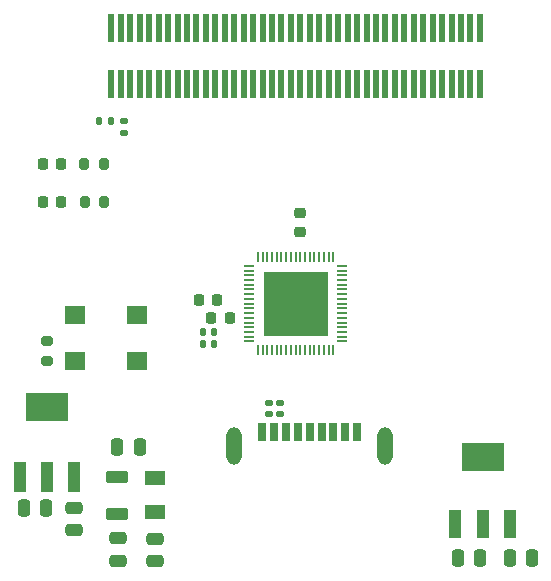
<source format=gbr>
%TF.GenerationSoftware,KiCad,Pcbnew,6.0.6-3a73a75311~116~ubuntu20.04.1*%
%TF.CreationDate,2022-07-23T10:23:23+07:00*%
%TF.ProjectId,CH569Board,43483536-3942-46f6-9172-642e6b696361,rev?*%
%TF.SameCoordinates,Original*%
%TF.FileFunction,Paste,Top*%
%TF.FilePolarity,Positive*%
%FSLAX46Y46*%
G04 Gerber Fmt 4.6, Leading zero omitted, Abs format (unit mm)*
G04 Created by KiCad (PCBNEW 6.0.6-3a73a75311~116~ubuntu20.04.1) date 2022-07-23 10:23:23*
%MOMM*%
%LPD*%
G01*
G04 APERTURE LIST*
G04 Aperture macros list*
%AMRoundRect*
0 Rectangle with rounded corners*
0 $1 Rounding radius*
0 $2 $3 $4 $5 $6 $7 $8 $9 X,Y pos of 4 corners*
0 Add a 4 corners polygon primitive as box body*
4,1,4,$2,$3,$4,$5,$6,$7,$8,$9,$2,$3,0*
0 Add four circle primitives for the rounded corners*
1,1,$1+$1,$2,$3*
1,1,$1+$1,$4,$5*
1,1,$1+$1,$6,$7*
1,1,$1+$1,$8,$9*
0 Add four rect primitives between the rounded corners*
20,1,$1+$1,$2,$3,$4,$5,0*
20,1,$1+$1,$4,$5,$6,$7,0*
20,1,$1+$1,$6,$7,$8,$9,0*
20,1,$1+$1,$8,$9,$2,$3,0*%
G04 Aperture macros list end*
%ADD10RoundRect,0.135000X0.185000X-0.135000X0.185000X0.135000X-0.185000X0.135000X-0.185000X-0.135000X0*%
%ADD11R,0.500000X2.400000*%
%ADD12RoundRect,0.140000X-0.170000X0.140000X-0.170000X-0.140000X0.170000X-0.140000X0.170000X0.140000X0*%
%ADD13RoundRect,0.225000X0.225000X0.250000X-0.225000X0.250000X-0.225000X-0.250000X0.225000X-0.250000X0*%
%ADD14RoundRect,0.250000X0.475000X-0.250000X0.475000X0.250000X-0.475000X0.250000X-0.475000X-0.250000X0*%
%ADD15RoundRect,0.250000X-0.250000X-0.475000X0.250000X-0.475000X0.250000X0.475000X-0.250000X0.475000X0*%
%ADD16RoundRect,0.250000X0.250000X0.475000X-0.250000X0.475000X-0.250000X-0.475000X0.250000X-0.475000X0*%
%ADD17RoundRect,0.218750X-0.218750X-0.256250X0.218750X-0.256250X0.218750X0.256250X-0.218750X0.256250X0*%
%ADD18RoundRect,0.135000X0.135000X0.185000X-0.135000X0.185000X-0.135000X-0.185000X0.135000X-0.185000X0*%
%ADD19RoundRect,0.140000X-0.140000X-0.170000X0.140000X-0.170000X0.140000X0.170000X-0.140000X0.170000X0*%
%ADD20RoundRect,0.200000X-0.275000X0.200000X-0.275000X-0.200000X0.275000X-0.200000X0.275000X0.200000X0*%
%ADD21R,1.800000X1.500000*%
%ADD22R,0.700000X1.600000*%
%ADD23O,1.300000X3.200000*%
%ADD24RoundRect,0.200000X-0.200000X-0.275000X0.200000X-0.275000X0.200000X0.275000X-0.200000X0.275000X0*%
%ADD25R,0.980000X2.470000*%
%ADD26R,3.600000X2.470000*%
%ADD27R,1.730000X1.190000*%
%ADD28RoundRect,0.225000X0.250000X-0.225000X0.250000X0.225000X-0.250000X0.225000X-0.250000X-0.225000X0*%
%ADD29R,1.100000X2.500000*%
%ADD30R,3.600000X2.340000*%
%ADD31O,0.200000X0.900000*%
%ADD32O,0.900000X0.200000*%
%ADD33R,5.500000X5.500000*%
%ADD34RoundRect,0.250000X-0.475000X0.250000X-0.475000X-0.250000X0.475000X-0.250000X0.475000X0.250000X0*%
%ADD35RoundRect,0.250000X-0.700000X0.275000X-0.700000X-0.275000X0.700000X-0.275000X0.700000X0.275000X0*%
G04 APERTURE END LIST*
D10*
%TO.C,R4*%
X111048800Y-88952800D03*
X111048800Y-87932800D03*
%TD*%
D11*
%TO.C,CN1*%
X141210000Y-79990000D03*
X141210000Y-84790000D03*
X140410000Y-79990000D03*
X140410000Y-84790000D03*
X139610000Y-79990000D03*
X139610000Y-84790000D03*
X138810000Y-79990000D03*
X138810000Y-84790000D03*
X138010000Y-79990000D03*
X138010000Y-84790000D03*
X137210000Y-79990000D03*
X137210000Y-84790000D03*
X136410000Y-79990000D03*
X136410000Y-84790000D03*
X135610000Y-79990000D03*
X135610000Y-84790000D03*
X134810000Y-79990000D03*
X134810000Y-84790000D03*
X134010000Y-79990000D03*
X134010000Y-84790000D03*
X133210000Y-79990000D03*
X133210000Y-84790000D03*
X132410000Y-79990000D03*
X132410000Y-84790000D03*
X131610000Y-79990000D03*
X131610000Y-84790000D03*
X130810000Y-79990000D03*
X130810000Y-84790000D03*
X130010000Y-79990000D03*
X130010000Y-84790000D03*
X129210000Y-79990000D03*
X129210000Y-84790000D03*
X128410000Y-79990000D03*
X128410000Y-84790000D03*
X127610000Y-79990000D03*
X127610000Y-84790000D03*
X126810000Y-79990000D03*
X126810000Y-84790000D03*
X126010000Y-79990000D03*
X126010000Y-84790000D03*
X125210000Y-79990000D03*
X125210000Y-84790000D03*
X124410000Y-79990000D03*
X124410000Y-84790000D03*
X123610000Y-79990000D03*
X123610000Y-84790000D03*
X122810000Y-79990000D03*
X122810000Y-84790000D03*
X122010000Y-79990000D03*
X122010000Y-84790000D03*
X121210000Y-79990000D03*
X121210000Y-84790000D03*
X120410000Y-79990000D03*
X120410000Y-84790000D03*
X119610000Y-79990000D03*
X119610000Y-84790000D03*
X118810000Y-79990000D03*
X118810000Y-84790000D03*
X118010000Y-79990000D03*
X118010000Y-84790000D03*
X117210000Y-79990000D03*
X117210000Y-84790000D03*
X116410000Y-79990000D03*
X116410000Y-84790000D03*
X115610000Y-79990000D03*
X115610000Y-84790000D03*
X114810000Y-79990000D03*
X114810000Y-84790000D03*
X114010000Y-79990000D03*
X114010000Y-84790000D03*
X113210000Y-79990000D03*
X113210000Y-84790000D03*
X112410000Y-79990000D03*
X112410000Y-84790000D03*
X111610000Y-79990000D03*
X111610000Y-84790000D03*
X110810000Y-79990000D03*
X110810000Y-84790000D03*
X110010000Y-79990000D03*
X110010000Y-84790000D03*
%TD*%
D12*
%TO.C,C14*%
X123342400Y-111780000D03*
X123342400Y-112740000D03*
%TD*%
D13*
%TO.C,C19*%
X120025000Y-104570000D03*
X118475000Y-104570000D03*
%TD*%
D14*
%TO.C,C4*%
X106832400Y-122565200D03*
X106832400Y-120665200D03*
%TD*%
D13*
%TO.C,C16*%
X118955000Y-103060000D03*
X117405000Y-103060000D03*
%TD*%
D15*
%TO.C,C1*%
X102610000Y-120680000D03*
X104510000Y-120680000D03*
%TD*%
D12*
%TO.C,C13*%
X124262400Y-111780000D03*
X124262400Y-112740000D03*
%TD*%
D16*
%TO.C,C3*%
X145628400Y-124917200D03*
X143728400Y-124917200D03*
%TD*%
D17*
%TO.C,D2*%
X104206700Y-94736200D03*
X105781700Y-94736200D03*
%TD*%
%TO.C,D1*%
X104186700Y-91506200D03*
X105761700Y-91506200D03*
%TD*%
D18*
%TO.C,R5*%
X109984000Y-87934800D03*
X108964000Y-87934800D03*
%TD*%
D15*
%TO.C,C2*%
X139359600Y-124917200D03*
X141259600Y-124917200D03*
%TD*%
D19*
%TO.C,C21*%
X117731600Y-106781600D03*
X118691600Y-106781600D03*
%TD*%
D14*
%TO.C,C12*%
X113680000Y-125170000D03*
X113680000Y-123270000D03*
%TD*%
D20*
%TO.C,R1*%
X104540000Y-106550000D03*
X104540000Y-108200000D03*
%TD*%
D21*
%TO.C,X1*%
X106895000Y-108215000D03*
X112175000Y-108215000D03*
X112175000Y-104315000D03*
X106895000Y-104315000D03*
%TD*%
D16*
%TO.C,C7*%
X112405000Y-115482400D03*
X110505000Y-115482400D03*
%TD*%
D22*
%TO.C,USB1*%
X123800000Y-114230007D03*
X125800000Y-114230007D03*
X127800000Y-114230007D03*
X129800000Y-114230007D03*
X130800000Y-114230007D03*
X128800000Y-114230007D03*
X126800000Y-114230007D03*
X124800000Y-114230007D03*
X122800000Y-114230007D03*
D23*
X120400000Y-115390007D03*
X133200000Y-115390007D03*
%TD*%
D24*
%TO.C,R3*%
X107749200Y-94736200D03*
X109399200Y-94736200D03*
%TD*%
D25*
%TO.C,U2*%
X139134000Y-121978000D03*
X141434000Y-121978000D03*
X143734000Y-121978000D03*
D26*
X141434000Y-116318000D03*
%TD*%
D24*
%TO.C,R2*%
X107709200Y-91516200D03*
X109359200Y-91516200D03*
%TD*%
D27*
%TO.C,F1*%
X113680000Y-120996400D03*
X113680000Y-118096400D03*
%TD*%
D28*
%TO.C,C15*%
X126000000Y-97265000D03*
X126000000Y-95715000D03*
%TD*%
D19*
%TO.C,C22*%
X117731600Y-105765600D03*
X118691600Y-105765600D03*
%TD*%
D29*
%TO.C,U1*%
X102239000Y-118062000D03*
X104539000Y-118062000D03*
X106839000Y-118062000D03*
D30*
X104539000Y-112122000D03*
%TD*%
D31*
%TO.C,U4*%
X122402600Y-107310000D03*
X122802600Y-107310000D03*
X123202600Y-107310000D03*
X123602600Y-107310000D03*
X124002600Y-107310000D03*
X124402600Y-107310000D03*
X124802600Y-107310000D03*
X125202600Y-107310000D03*
X125602600Y-107310000D03*
X126002600Y-107310000D03*
X126402600Y-107310000D03*
X126802600Y-107310000D03*
X127202600Y-107310000D03*
X127602600Y-107310000D03*
X128002600Y-107310000D03*
X128402600Y-107310000D03*
X128802600Y-107310000D03*
D32*
X129552600Y-106560000D03*
X129552600Y-106160000D03*
X129552600Y-105760000D03*
X129552600Y-105360000D03*
X129552600Y-104960000D03*
X129552600Y-104560000D03*
X129552600Y-104160000D03*
X129552600Y-103760000D03*
X129552600Y-103360000D03*
X129552600Y-102960000D03*
X129552600Y-102560000D03*
X129552600Y-102160000D03*
X129552600Y-101760000D03*
X129552600Y-101360000D03*
X129552600Y-100960000D03*
X129552600Y-100560000D03*
X129552600Y-100160000D03*
D31*
X128802600Y-99410000D03*
X128402600Y-99410000D03*
X128002600Y-99410000D03*
X127602600Y-99410000D03*
X127202600Y-99410000D03*
X126802600Y-99410000D03*
X126402600Y-99410000D03*
X126002600Y-99410000D03*
X125602600Y-99410000D03*
X125202600Y-99410000D03*
X124802600Y-99410000D03*
X124402600Y-99410000D03*
X124002600Y-99410000D03*
X123602600Y-99410000D03*
X123202600Y-99410000D03*
X122802600Y-99410000D03*
X122402600Y-99410000D03*
D32*
X121652600Y-100160000D03*
X121652600Y-100560000D03*
X121652600Y-100960000D03*
X121652600Y-101360000D03*
X121652600Y-101760000D03*
X121652600Y-102160000D03*
X121652600Y-102560000D03*
X121652600Y-102960000D03*
X121652600Y-103360000D03*
X121652600Y-103760000D03*
X121652600Y-104160000D03*
X121652600Y-104560000D03*
X121652600Y-104960000D03*
X121652600Y-105360000D03*
X121652600Y-105760000D03*
X121652600Y-106160000D03*
X121652600Y-106560000D03*
D33*
X125602600Y-103360000D03*
%TD*%
D34*
%TO.C,C11*%
X110530400Y-123219200D03*
X110530400Y-125119200D03*
%TD*%
D35*
%TO.C,FB1*%
X110505000Y-118047400D03*
X110505000Y-121197400D03*
%TD*%
M02*

</source>
